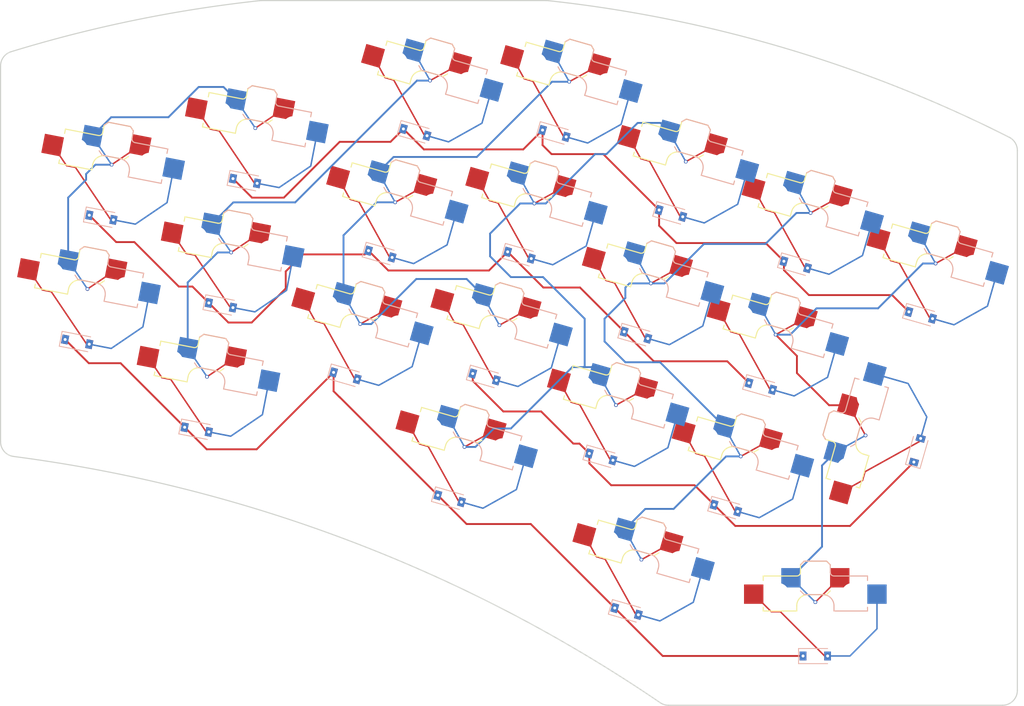
<source format=kicad_pcb>
(kicad_pcb (version 20211014) (generator pcbnew)
  (title_block (title "green60beta") (rev "v1.0.0") (company "Unknown"))
  (layers (0 "F.Cu" signal) (31 "B.Cu" signal) (34 "B.Paste" user) (35 "F.Paste" user) (36 "B.SilkS" user "B.Silkscreen") (37 "F.SilkS" user "F.Silkscreen") (38 "B.Mask" user) (39 "F.Mask" user) (44 "Edge.Cuts" user))
  (net 0 "")
  (net 1 "P2")
  (net 2 "P19")
  (net 3 "S1_D")
  (net 4 "P15")
  (net 5 "S2_D")
  (net 6 "P3")
  (net 7 "S3_D")
  (net 8 "S4_D")
  (net 9 "P14")
  (net 10 "S5_D")
  (net 11 "P4")
  (net 12 "S6_D")
  (net 13 "S7_D")
  (net 14 "S8_D")
  (net 15 "P5")
  (net 16 "S9_D")
  (net 17 "P18")
  (net 18 "S10_D")
  (net 19 "S11_D")
  (net 20 "S12_D")
  (net 21 "S13_D")
  (net 22 "P21")
  (net 23 "S14_D")
  (net 24 "S15_D")
  (net 25 "S16_D")
  (net 26 "P20")
  (net 27 "S17_D")
  (net 28 "S18_D")
  (net 29 "S19_D")
  (net 30 "S20_D")
  (net 31 "S21_D")
  (net 32 "S22_D")
  (footprint "PG1350" (layer "F.Cu") (at 125.622596 71.740036 -16)
    (fp_text reference "")
    (fp_text value "")
  )
  (footprint "PG1350" (layer "F.Cu") (at 95.978647 44.514381 -16)
    (fp_text reference "")
    (fp_text value "")
  )
  (footprint "PG1350" (layer "F.Cu") (at 72.74976 50.952843 -11)
    (fp_text reference "")
    (fp_text value "")
  )
  (footprint "PG1350" (layer "F.Cu") (at 50.214841 72.549774 -11)
    (fp_text reference "")
    (fp_text value "")
  )
  (footprint "PG1350" (layer "F.Cu") (at 147.059867 62.282583 -16)
    (fp_text reference "")
    (fp_text value "")
  )
  (footprint "PG1350" (layer "F.Cu") (at 100.60204 93.693891 -16)
    (fp_text reference "")
    (fp_text value "")
  )
  (footprint "PG1350" (layer "F.Cu") (at 157.747281 90.314336 74)
    (fp_text reference "")
    (fp_text value "")
  )
  (footprint "PG1350" (layer "F.Cu") (at 142.374032 78.624032 -16)
    (fp_text reference "")
    (fp_text value "")
  )
  (footprint "PG1350" (layer "F.Cu") (at 69.506007 67.640505 -11)
    (fp_text reference "")
    (fp_text value "")
  )
  (footprint "PG1350" (layer "F.Cu") (at 148.43858 114.63581)
    (fp_text reference "")
    (fp_text value "")
  )
  (footprint "PG1350" (layer "F.Cu") (at 114.659545 44.669545 -16)
    (fp_text reference "")
    (fp_text value "")
  )
  (footprint "PG1350" (layer "F.Cu") (at 86.606977 77.197278 -16)
    (fp_text reference "")
    (fp_text value "")
  )
  (footprint "PG1350" (layer "F.Cu") (at 130.308431 55.398587 -16)
    (fp_text reference "")
    (fp_text value "")
  )
  (footprint "PG1350" (layer "F.Cu") (at 109.97371 61.010993 -16)
    (fp_text reference "")
    (fp_text value "")
  )
  (footprint "PG1350" (layer "F.Cu") (at 137.688197 94.965481 -16)
    (fp_text reference "")
    (fp_text value "")
  )
  (footprint "PG1350" (layer "F.Cu") (at 124.351007 108.826193 -16)
    (fp_text reference "")
    (fp_text value "")
  )
  (footprint "PG1350" (layer "F.Cu") (at 66.262254 84.328167 -11)
    (fp_text reference "")
    (fp_text value "")
  )
  (footprint "PG1350" (layer "F.Cu") (at 105.287875 77.352442 -16)
    (fp_text reference "")
    (fp_text value "")
  )
  (footprint "PG1350" (layer "F.Cu") (at 120.936761 88.081485 -16)
    (fp_text reference "")
    (fp_text value "")
  )
  (footprint "PG1350" (layer "F.Cu") (at 163.838867 69.070453 -16)
    (fp_text reference "")
    (fp_text value "")
  )
  (footprint "PG1350" (layer "F.Cu") (at 91.292812 60.855829 -16)
    (fp_text reference "")
    (fp_text value "")
  )
  (footprint "PG1350" (layer "F.Cu") (at 53.458594 55.862112 -11)
    (fp_text reference "")
    (fp_text value "")
  )
  (gr_line (start 175.56 123.8) (end 175.56 51.335331) (layer "Edge.Cuts") (width 0.15))
  (gr_arc (start 40.801742 92.399224) (mid 86.148424 103.817108) (end 127.604302 125.452721) (layer "Edge.Cuts") (width 0.15))
  (gr_line (start 128.730585 125.8) (end 173.56 125.8) (layer "Edge.Cuts") (width 0.15))
  (gr_arc (start 112.344506 31.2) (mid 112.452154 31.2029) (end 112.55949 31.211588) (layer "Edge.Cuts") (width 0.15))
  (gr_arc (start 40.474035 38.067466) (mid 57.005552 33.847444) (end 73.862357 31.211588) (layer "Edge.Cuts") (width 0.15))
  (gr_arc (start 40.801742 92.399224) (mid 39.55725 91.735719) (end 39.06 90.415968) (layer "Edge.Cuts") (width 0.15))
  (gr_line (start 112.344506 31.2) (end 74.077341 31.2) (layer "Edge.Cuts") (width 0.15))
  (gr_arc (start 175.56 123.8) (mid 174.974214 125.214214) (end 173.56 125.8) (layer "Edge.Cuts") (width 0.15))
  (gr_arc (start 174.462799 49.550687) (mid 175.263749 50.28786) (end 175.56 51.335331) (layer "Edge.Cuts") (width 0.15))
  (gr_arc (start 73.862357 31.211588) (mid 73.969693 31.202901) (end 74.077341 31.2) (layer "Edge.Cuts") (width 0.15))
  (gr_arc (start 39.06 39.979701) (mid 39.451906 38.790569) (end 40.474035 38.067466) (layer "Edge.Cuts") (width 0.15))
  (gr_arc (start 112.55949 31.211588) (mid 144.340101 37.583009) (end 174.462799 49.550687) (layer "Edge.Cuts") (width 0.15))
  (gr_arc (start 128.730585 125.8) (mid 128.141283 125.711205) (end 127.604301 125.452721) (layer "Edge.Cuts") (width 0.15))
  (gr_line (start 39.06 39.979701) (end 39.06 90.415968) (layer "Edge.Cuts") (width 0.15))
  (segment (start 50.546 54.483) (end 51.792741 53.236259) (width 0.25) (layer "B.Cu") (net 1))
  (segment (start 53.912609 46.863) (end 51.379078 49.396531) (width 0.25) (layer "B.Cu") (net 1))
  (segment (start 48.135325 57.655675) (end 50.546 55.245) (width 0.25) (layer "B.Cu") (net 1))
  (segment (start 68.981982 42.799) (end 65.659 42.799) (width 0.25) (layer "B.Cu") (net 1))
  (segment (start 50.546 55.245) (end 50.546 54.483) (width 0.25) (layer "B.Cu") (net 1))
  (segment (start 65.659 42.799) (end 61.595 46.863) (width 0.25) (layer "B.Cu") (net 1))
  (segment (start 51.792741 53.236259) (end 53.969008 53.236259) (width 0.25) (layer "B.Cu") (net 1))
  (segment (start 70.670244 44.487262) (end 68.981982 42.799) (width 0.25) (layer "B.Cu") (net 1))
  (segment (start 48.135325 66.084193) (end 48.135325 57.655675) (width 0.25) (layer "B.Cu") (net 1))
  (segment (start 61.595 46.863) (end 53.912609 46.863) (width 0.25) (layer "B.Cu") (net 1))
  (segment (start 121.510775 112.745132) (end 110.238643 101.473) (width 0.25) (layer "F.Cu") (net 2))
  (segment (start 55.177652 79.883) (end 50.908632 79.883) (width 0.25) (layer "F.Cu") (net 2))
  (segment (start 66.734652 91.44) (end 63.774388 88.479736) (width 0.25) (layer "F.Cu") (net 2))
  (segment (start 146.78858 119.18581) (end 127.951453 119.18581) (width 0.25) (layer "F.Cu") (net 2))
  (segment (start 84.582 84.455) (end 83.766745 83.639745) (width 0.25) (layer "F.Cu") (net 2))
  (segment (start 110.238643 101.473) (end 101.621978 101.473) (width 0.25) (layer "F.Cu") (net 2))
  (segment (start 50.908632 79.883) (end 47.726975 76.701343) (width 0.25) (layer "F.Cu") (net 2))
  (segment (start 83.766745 81.116217) (end 73.442962 91.44) (width 0.25) (layer "F.Cu") (net 2))
  (segment (start 63.774388 88.479736) (end 55.177652 79.883) (width 0.25) (layer "F.Cu") (net 2))
  (segment (start 84.603978 84.455) (end 84.582 84.455) (width 0.25) (layer "F.Cu") (net 2))
  (segment (start 127.951453 119.18581) (end 121.510775 112.745132) (width 0.25) (layer "F.Cu") (net 2))
  (segment (start 83.766745 83.639745) (end 83.766745 81.116217) (width 0.25) (layer "F.Cu") (net 2))
  (segment (start 73.442962 91.44) (end 66.734652 91.44) (width 0.25) (layer "F.Cu") (net 2))
  (segment (start 97.761808 97.61283) (end 84.603978 84.455) (width 0.25) (layer "F.Cu") (net 2))
  (segment (start 101.621978 101.473) (end 97.761808 97.61283) (width 0.25) (layer "F.Cu") (net 2))
  (segment (start 62.992 69.596) (end 64.822067 69.596) (width 0.25) (layer "F.Cu") (net 4))
  (segment (start 79.629 65.278) (end 87.949348 65.278) (width 0.25) (layer "F.Cu") (net 4))
  (segment (start 54.584047 63.627) (end 57.023 63.627) (width 0.25) (layer "F.Cu") (net 4))
  (segment (start 88.45258 64.774768) (end 91.114812 67.437) (width 0.25) (layer "F.Cu") (net 4))
  (segment (start 69.648067 74.422) (end 72.771 74.422) (width 0.25) (layer "F.Cu") (net 4))
  (segment (start 136.619829 79.629) (end 139.5338 82.542971) (width 0.25) (layer "F.Cu") (net 4))
  (segment (start 64.822067 69.596) (end 67.018141 71.792074) (width 0.25) (layer "F.Cu") (net 4))
  (segment (start 104.62641 67.437) (end 107.133478 64.929932) (width 0.25) (layer "F.Cu") (net 4))
  (segment (start 116.846389 69.723) (end 122.782364 75.658975) (width 0.25) (layer "F.Cu") (net 4))
  (segment (start 57.023 63.627) (end 62.992 69.596) (width 0.25) (layer "F.Cu") (net 4))
  (segment (start 111.926546 69.723) (end 116.846389 69.723) (width 0.25) (layer "F.Cu") (net 4))
  (segment (start 91.114812 67.437) (end 104.62641 67.437) (width 0.25) (layer "F.Cu") (net 4))
  (segment (start 122.782364 75.658975) (end 126.752389 79.629) (width 0.25) (layer "F.Cu") (net 4))
  (segment (start 67.018141 71.792074) (end 69.648067 74.422) (width 0.25) (layer "F.Cu") (net 4))
  (segment (start 126.752389 79.629) (end 136.619829 79.629) (width 0.25) (layer "F.Cu") (net 4))
  (segment (start 77.343 67.564) (end 79.629 65.278) (width 0.25) (layer "F.Cu") (net 4))
  (segment (start 107.133478 64.929932) (end 111.926546 69.723) (width 0.25) (layer "F.Cu") (net 4))
  (segment (start 77.343 69.85) (end 77.343 67.564) (width 0.25) (layer "F.Cu") (net 4))
  (segment (start 87.949348 65.278) (end 88.45258 64.774768) (width 0.25) (layer "F.Cu") (net 4))
  (segment (start 50.970728 60.013681) (end 54.584047 63.627) (width 0.25) (layer "F.Cu") (net 4))
  (segment (start 72.771 74.422) (end 77.343 69.85) (width 0.25) (layer "F.Cu") (net 4))
  (segment (start 70.016421 65.014652) (end 68.208348 65.014652) (width 0.25) (layer "B.Cu") (net 6))
  (segment (start 64.182738 69.040262) (end 64.182738 77.862586) (width 0.25) (layer "B.Cu") (net 6))
  (segment (start 70.308415 58.293) (end 67.426491 61.174924) (width 0.25) (layer "B.Cu") (net 6))
  (segment (start 78.613 58.293) (end 70.308415 58.293) (width 0.25) (layer "B.Cu") (net 6))
  (segment (start 68.208348 65.014652) (end 64.182738 69.040262) (width 0.25) (layer "B.Cu") (net 6))
  (segment (start 96.715977 41.943006) (end 94.962994 41.943006) (width 0.25) (layer "B.Cu") (net 6))
  (segment (start 94.962994 41.943006) (end 78.613 58.293) (width 0.25) (layer "B.Cu") (net 6))
  (segment (start 70.261894 55.104412) (end 72.815482 57.658) (width 0.25) (layer "F.Cu") (net 9))
  (segment (start 91.406735 50.165) (end 93.138415 48.43332) (width 0.25) (layer "F.Cu") (net 9))
  (segment (start 72.815482 57.658) (end 77.089 57.658) (width 0.25) (layer "F.Cu") (net 9))
  (segment (start 93.138415 48.43332) (end 95.886095 51.181) (width 0.25) (layer "F.Cu") (net 9))
  (segment (start 144.219635 66.201522) (end 144.219635 67.384635) (width 0.25) (layer "F.Cu") (net 9))
  (segment (start 113.03 51.816) (end 119.966673 51.816) (width 0.25) (layer "F.Cu") (net 9))
  (segment (start 77.089 57.658) (end 84.582 50.165) (width 0.25) (layer "F.Cu") (net 9))
  (segment (start 111.819313 48.588484) (end 111.819313 50.605313) (width 0.25) (layer "F.Cu") (net 9))
  (segment (start 141.772113 63.754) (end 144.219635 66.201522) (width 0.25) (layer "F.Cu") (net 9))
  (segment (start 147.574 70.739) (end 158.748243 70.739) (width 0.25) (layer "F.Cu") (net 9))
  (segment (start 119.966673 51.816) (end 127.468199 59.317526) (width 0.25) (layer "F.Cu") (net 9))
  (segment (start 84.582 50.165) (end 91.406735 50.165) (width 0.25) (layer "F.Cu") (net 9))
  (segment (start 127.468199 61.428199) (end 129.794 63.754) (width 0.25) (layer "F.Cu") (net 9))
  (segment (start 127.468199 59.317526) (end 127.468199 61.428199) (width 0.25) (layer "F.Cu") (net 9))
  (segment (start 95.886095 51.181) (end 109.226797 51.181) (width 0.25) (layer "F.Cu") (net 9))
  (segment (start 109.226797 51.181) (end 111.819313 48.588484) (width 0.25) (layer "F.Cu") (net 9))
  (segment (start 158.748243 70.739) (end 160.998635 72.989392) (width 0.25) (layer "F.Cu") (net 9))
  (segment (start 144.219635 67.384635) (end 147.574 70.739) (width 0.25) (layer "F.Cu") (net 9))
  (segment (start 111.819313 50.605313) (end 113.03 51.816) (width 0.25) (layer "F.Cu") (net 9))
  (segment (start 129.794 63.754) (end 141.772113 63.754) (width 0.25) (layer "F.Cu") (net 9))
  (segment (start 94.869 68.58) (end 101.629562 68.58) (width 0.25) (layer "B.Cu") (net 11))
  (segment (start 87.344307 74.625903) (end 88.823097 74.625903) (width 0.25) (layer "B.Cu") (net 11))
  (segment (start 91.821332 52.197) (end 89.784722 54.23361) (width 0.25) (layer "B.Cu") (net 11))
  (segment (start 88.823097 74.625903) (end 94.869 68.58) (width 0.25) (layer "B.Cu") (net 11))
  (segment (start 102.997 52.197) (end 91.821332 52.197) (width 0.25) (layer "B.Cu") (net 11))
  (segment (start 101.629562 68.58) (end 103.779785 70.730223) (width 0.25) (layer "B.Cu") (net 11))
  (segment (start 113.09583 42.09817) (end 102.997 52.197) (width 0.25) (layer "B.Cu") (net 11))
  (segment (start 92.030142 58.284454) (end 89.531894 58.284454) (width 0.25) (layer "B.Cu") (net 11))
  (segment (start 85.098887 62.717461) (end 85.098887 70.575059) (width 0.25) (layer "B.Cu") (net 11))
  (segment (start 89.531894 58.284454) (end 85.098887 62.717461) (width 0.25) (layer "B.Cu") (net 11))
  (segment (start 115.396875 42.09817) (end 113.09583 42.09817) (width 0.25) (layer "B.Cu") (net 11))
  (segment (start 127.648973 47.625) (end 128.800341 48.776368) (width 0.25) (layer "B.Cu") (net 15))
  (segment (start 115.80675 80.40825) (end 107.569 88.646) (width 0.25) (layer "B.Cu") (net 15))
  (segment (start 118.872 51.816) (end 120.396 51.816) (width 0.25) (layer "B.Cu") (net 15))
  (segment (start 104.775 62.484) (end 104.775 65.532) (width 0.25) (layer "B.Cu") (net 15))
  (segment (start 107.569 88.646) (end 105.283 88.646) (width 0.25) (layer "B.Cu") (net 15))
  (segment (start 110.71104 58.439618) (end 112.248382 58.439618) (width 0.25) (layer "B.Cu") (net 15))
  (segment (start 108.819382 58.439618) (end 104.775 62.484) (width 0.25) (layer "B.Cu") (net 15))
  (segment (start 107.569 68.326) (end 111.887 68.326) (width 0.25) (layer "B.Cu") (net 15))
  (segment (start 102.806484 91.122516) (end 101.33937 91.122516) (width 0.25) (layer "B.Cu") (net 15))
  (segment (start 105.283 88.646) (end 102.806484 91.122516) (width 0.25) (layer "B.Cu") (net 15))
  (segment (start 111.887 68.326) (end 117.475 73.914) (width 0.25) (layer "B.Cu") (net 15))
  (segment (start 112.248382 58.439618) (end 118.872 51.816) (width 0.25) (layer "B.Cu") (net 15))
  (segment (start 104.775 65.532) (end 107.569 68.326) (width 0.25) (layer "B.Cu") (net 15))
  (segment (start 120.396 51.816) (end 124.587 47.625) (width 0.25) (layer "B.Cu") (net 15))
  (segment (start 117.475 80.2985) (end 117.36525 80.40825) (width 0.25) (layer "B.Cu") (net 15))
  (segment (start 118.377655 80.40825) (end 117.36525 80.40825) (width 0.25) (layer "B.Cu") (net 15))
  (segment (start 117.36525 80.40825) (end 115.80675 80.40825) (width 0.25) (layer "B.Cu") (net 15))
  (segment (start 124.587 47.625) (end 127.648973 47.625) (width 0.25) (layer "B.Cu") (net 15))
  (segment (start 119.428671 81.459266) (end 118.377655 80.40825) (width 0.25) (layer "B.Cu") (net 15))
  (segment (start 110.71104 58.439618) (end 108.819382 58.439618) (width 0.25) (layer "B.Cu") (net 15))
  (segment (start 117.475 73.914) (end 117.475 80.2985) (width 0.25) (layer "B.Cu") (net 15))
  (segment (start 137.690545 101.727) (end 153.093788 101.727) (width 0.25) (layer "F.Cu") (net 17))
  (segment (start 106.553 86.36) (end 111.633 86.36) (width 0.25) (layer "F.Cu") (net 17))
  (segment (start 116.774105 90.678) (end 118.096529 92.000424) (width 0.25) (layer "F.Cu") (net 17))
  (segment (start 111.633 86.36) (end 115.951 90.678) (width 0.25) (layer "F.Cu") (net 17))
  (segment (start 102.447643 81.271381) (end 102.447643 82.254643) (width 0.25) (layer "F.Cu") (net 17))
  (segment (start 118.096529 93.331529) (end 121.031 96.266) (width 0.25) (layer "F.Cu") (net 17))
  (segment (start 121.031 96.266) (end 132.229545 96.266) (width 0.25) (layer "F.Cu") (net 17))
  (segment (start 102.447643 82.254643) (end 106.553 86.36) (width 0.25) (layer "F.Cu") (net 17))
  (segment (start 134.847965 98.88442) (end 137.690545 101.727) (width 0.25) (layer "F.Cu") (net 17))
  (segment (start 115.951 90.678) (end 116.774105 90.678) (width 0.25) (layer "F.Cu") (net 17))
  (segment (start 118.096529 92.000424) (end 118.096529 93.331529) (width 0.25) (layer "F.Cu") (net 17))
  (segment (start 132.229545 96.266) (end 134.847965 98.88442) (width 0.25) (layer "F.Cu") (net 17))
  (segment (start 153.093788 101.727) (end 161.66622 93.154568) (width 0.25) (layer "F.Cu") (net 17))
  (segment (start 127.592845 79.756) (end 122.936 79.756) (width 0.25) (layer "B.Cu") (net 22))
  (segment (start 122.936 69.723) (end 123.490339 69.168661) (width 0.25) (layer "B.Cu") (net 22))
  (segment (start 128.189339 69.168661) (end 133.477 63.881) (width 0.25) (layer "B.Cu") (net 22))
  (segment (start 120.142 73.914) (end 122.936 71.12) (width 0.25) (layer "B.Cu") (net 22))
  (segment (start 123.490339 69.168661) (end 126.359926 69.168661) (width 0.25) (layer "B.Cu") (net 22))
  (segment (start 145.901792 59.711208) (end 147.797197 59.711208) (width 0.25) (layer "B.Cu") (net 22))
  (segment (start 122.936 79.756) (end 120.142 76.962) (width 0.25) (layer "B.Cu") (net 22))
  (segment (start 129.413 99.441) (end 125.605891 99.441) (width 0.25) (layer "B.Cu") (net 22))
  (segment (start 125.605891 99.441) (end 122.842917 102.203974) (width 0.25) (layer "B.Cu") (net 22))
  (segment (start 138.425527 92.394106) (end 136.459894 92.394106) (width 0.25) (layer "B.Cu") (net 22))
  (segment (start 136.180107 88.343262) (end 127.592845 79.756) (width 0.25) (layer "B.Cu") (net 22))
  (segment (start 120.142 76.962) (end 120.142 73.914) (width 0.25) (layer "B.Cu") (net 22))
  (segment (start 133.477 63.881) (end 141.732 63.881) (width 0.25) (layer "B.Cu") (net 22))
  (segment (start 122.936 71.12) (end 122.936 69.723) (width 0.25) (layer "B.Cu") (net 22))
  (segment (start 136.459894 92.394106) (end 129.413 99.441) (width 0.25) (layer "B.Cu") (net 22))
  (segment (start 126.359926 69.168661) (end 128.189339 69.168661) (width 0.25) (layer "B.Cu") (net 22))
  (segment (start 141.732 63.881) (end 145.901792 59.711208) (width 0.25) (layer "B.Cu") (net 22))
  (segment (start 145.966032 81.205362) (end 150.286832 85.526162) (width 0.25) (layer "F.Cu") (net 26))
  (segment (start 150.286832 85.526162) (end 152.930486 85.526162) (width 0.25) (layer "F.Cu") (net 26))
  (segment (start 145.966032 78.907327) (end 145.966032 81.205362) (width 0.25) (layer "F.Cu") (net 26))
  (segment (start 143.111362 76.052657) (end 145.966032 78.907327) (width 0.25) (layer "F.Cu") (net 26))
  (segment (start 164.576197 66.499078) (end 162.873889 66.499078) (width 0.25) (layer "B.Cu") (net 26))
  (segment (start 148.601506 72.517) (end 145.065849 76.052657) (width 0.25) (layer "B.Cu") (net 26))
  (segment (start 162.873889 66.499078) (end 156.855967 72.517) (width 0.25) (layer "B.Cu") (net 26))
  (segment (start 145.065849 76.052657) (end 143.111362 76.052657) (width 0.25) (layer "B.Cu") (net 26))
  (segment (start 156.855967 72.517) (end 148.601506 72.517) (width 0.25) (layer "B.Cu") (net 26))
  (segment (start 149.336061 104.513329) (end 145.16358 108.68581) (width 0.25) (layer "B.Cu") (net 26))
  (segment (start 151.125062 91.822426) (end 149.336061 93.611427) (width 0.25) (layer "B.Cu") (net 26))
  (segment (start 149.336061 93.611427) (end 149.336061 104.513329) (width 0.25) (layer "B.Cu") (net 26))
)
</source>
